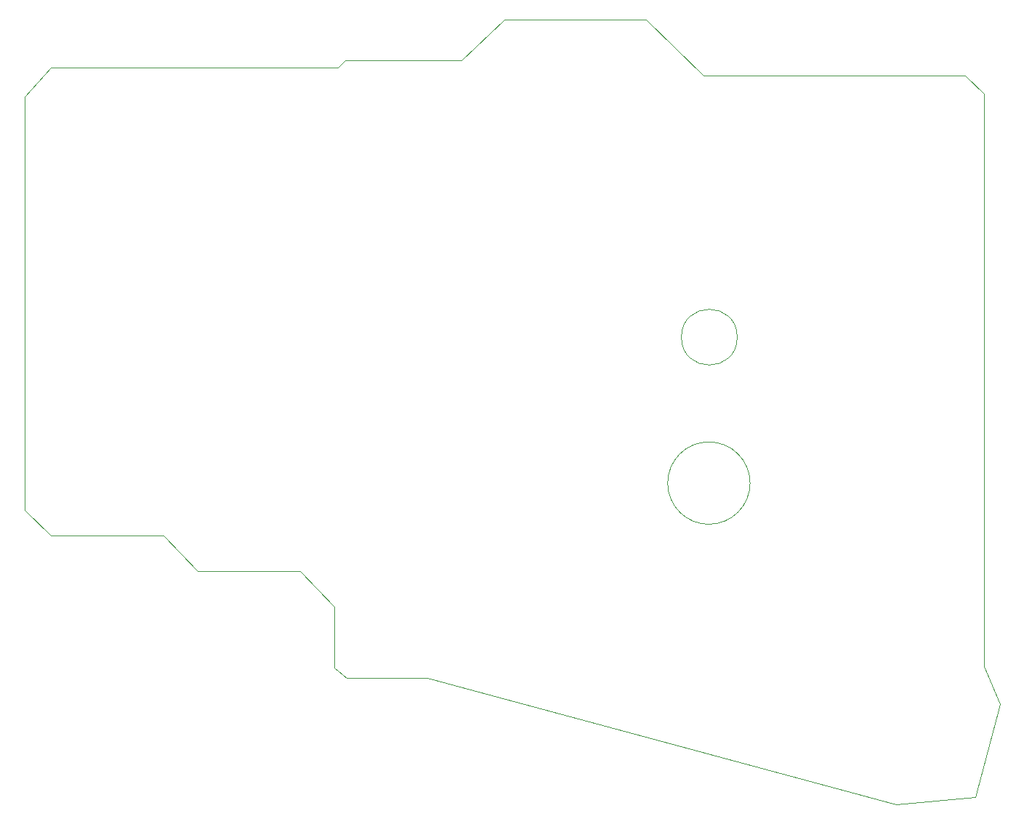
<source format=gbr>
G04 #@! TF.GenerationSoftware,KiCad,Pcbnew,(5.1.4)-1*
G04 #@! TF.CreationDate,2023-01-08T18:51:57-05:00*
G04 #@! TF.ProjectId,ThumbsUp,5468756d-6273-4557-902e-6b696361645f,rev?*
G04 #@! TF.SameCoordinates,Original*
G04 #@! TF.FileFunction,Profile,NP*
%FSLAX46Y46*%
G04 Gerber Fmt 4.6, Leading zero omitted, Abs format (unit mm)*
G04 Created by KiCad (PCBNEW (5.1.4)-1) date 2023-01-08 18:51:57*
%MOMM*%
%LPD*%
G04 APERTURE LIST*
%ADD10C,0.050000*%
G04 APERTURE END LIST*
D10*
X100550000Y-565000000D02*
G75*
G03X100550000Y-565000000I-4800000J0D01*
G01*
X99050000Y-548000000D02*
G75*
G03X99050000Y-548000000I-3250000J0D01*
G01*
X52132790Y-579412952D02*
X52132789Y-586512952D01*
X62732790Y-587712952D02*
X62932790Y-587712952D01*
X126754192Y-601550399D02*
X117532789Y-602412952D01*
X126754192Y-601550399D02*
X129632325Y-590788599D01*
X127813464Y-521418708D02*
X127814797Y-519660158D01*
X127839205Y-560990533D02*
X127827669Y-578000233D01*
X127834214Y-586338116D02*
X127821847Y-579019862D01*
X36182790Y-575262952D02*
X32232790Y-571112952D01*
X127834214Y-586338116D02*
X129632325Y-590788599D01*
X66932790Y-515762952D02*
X71882789Y-511012952D01*
X53382789Y-515762952D02*
X52532789Y-516612952D01*
X127814797Y-519660158D02*
X125632789Y-517512952D01*
X88432790Y-511012952D02*
X71882789Y-511012952D01*
X48132789Y-575262952D02*
X52132790Y-579412952D01*
X16032789Y-520012952D02*
X16032789Y-568112952D01*
X32032789Y-571112952D02*
X32232790Y-571112952D01*
X95132790Y-517512952D02*
X125632789Y-517512952D01*
X16032789Y-568112952D02*
X19132789Y-571112952D01*
X88432790Y-511012952D02*
X95132790Y-517512952D01*
X66932790Y-515762952D02*
X53382789Y-515762952D01*
X32032789Y-571112952D02*
X19132789Y-571112952D01*
X36182790Y-575262952D02*
X48132789Y-575262952D01*
X52132789Y-586512952D02*
X53532790Y-587712952D01*
X62732790Y-587712952D02*
X53532790Y-587712952D01*
X127813464Y-521418708D02*
X127839205Y-560990533D01*
X127821847Y-579019862D02*
X127827669Y-578000233D01*
X19132790Y-516612952D02*
X16032789Y-520012952D01*
X117532789Y-602412952D02*
X62932790Y-587712952D01*
X19132790Y-516612952D02*
X52532789Y-516612952D01*
M02*

</source>
